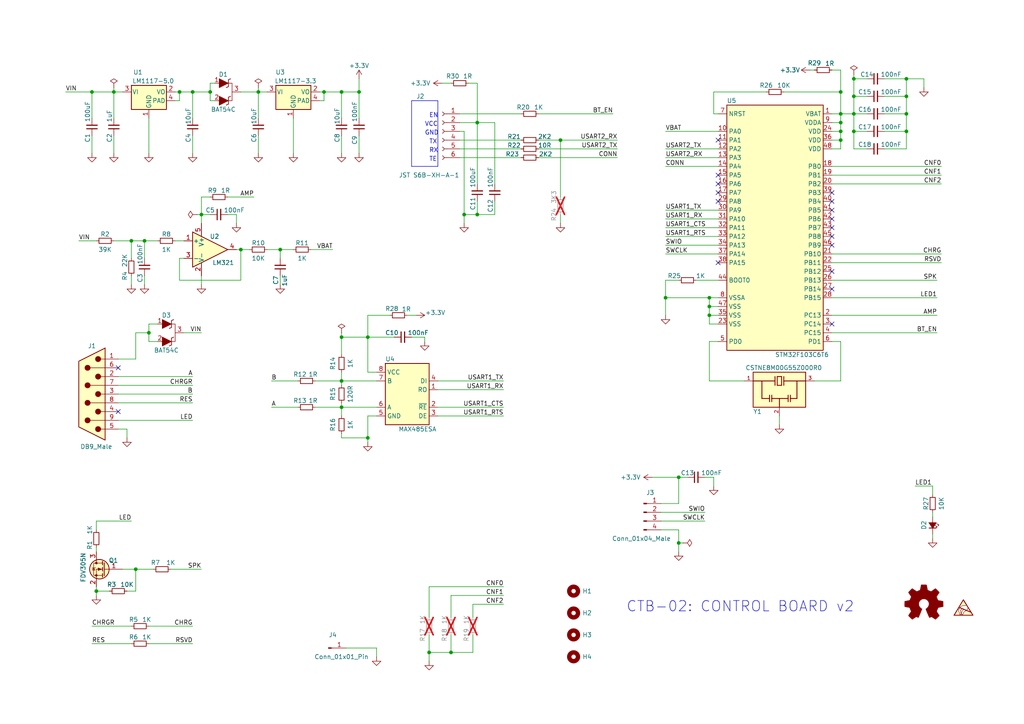
<source format=kicad_sch>
(kicad_sch (version 20230121) (generator eeschema)
  (paper "A4")
  (junction (at 247.65 22.86))
  (junction (at 262.89 27.94))
  (junction (at 55.88 26.67))
  (junction (at 247.65 33.02))
  (junction (at 247.65 38.1))
  (junction (at 99.06 110.49))
  (junction (at 38.1 69.85))
  (junction (at 60.96 26.67))
  (junction (at 26.67 26.67))
  (junction (at 262.89 38.1))
  (junction (at 27.94 171.45))
  (junction (at 138.43 62.23))
  (junction (at 134.62 62.23))
  (junction (at 99.06 97.79))
  (junction (at 243.84 38.1))
  (junction (at 193.04 86.36))
  (junction (at 205.74 88.9))
  (junction (at 124.46 189.23))
  (junction (at 43.18 96.52))
  (junction (at 262.89 33.02))
  (junction (at 205.74 91.44))
  (junction (at 196.85 138.43))
  (junction (at 58.42 62.23))
  (junction (at 243.84 40.64))
  (junction (at 243.84 26.67))
  (junction (at 81.28 72.39))
  (junction (at 74.93 26.67))
  (junction (at 106.68 97.79))
  (junction (at 33.02 26.67))
  (junction (at 106.68 127))
  (junction (at 130.81 189.23))
  (junction (at 104.14 26.67))
  (junction (at 138.43 35.56))
  (junction (at 99.06 118.11))
  (junction (at 52.07 26.67))
  (junction (at 41.91 69.85))
  (junction (at 247.65 27.94))
  (junction (at 99.06 26.67))
  (junction (at 196.85 157.48))
  (junction (at 262.89 22.86))
  (junction (at 69.85 72.39))
  (junction (at 162.56 40.64))
  (junction (at 243.84 35.56))
  (junction (at 243.84 33.02))
  (junction (at 205.74 86.36))
  (junction (at 93.98 26.67))
  (junction (at 39.37 165.1))
  (no_connect (at 208.28 55.88))
  (no_connect (at 241.3 60.96))
  (no_connect (at 241.3 66.04))
  (no_connect (at 208.28 53.34))
  (no_connect (at 208.28 50.8))
  (no_connect (at 208.28 40.64))
  (no_connect (at 241.3 58.42))
  (no_connect (at 241.3 78.74))
  (no_connect (at 208.28 76.2))
  (no_connect (at 241.3 68.58))
  (no_connect (at 241.3 55.88))
  (no_connect (at 241.3 83.82))
  (no_connect (at 34.29 106.68))
  (no_connect (at 34.29 119.38))
  (no_connect (at 208.28 58.42))
  (no_connect (at 241.3 93.98))
  (no_connect (at 241.3 63.5))
  (no_connect (at 241.3 71.12))
  (wire (pts (xy 52.07 29.21) (xy 52.07 26.67)))
  (polyline (pts (xy 119.38 29.21) (xy 127 29.21)))
  (wire (pts (xy 241.3 53.34) (xy 273.05 53.34)))
  (wire (pts (xy 251.46 43.18) (xy 247.65 43.18)))
  (wire (pts (xy 91.44 110.49) (xy 99.06 110.49)))
  (wire (pts (xy 43.18 96.52) (xy 43.18 99.06)))
  (wire (pts (xy 99.06 26.67) (xy 99.06 34.29)))
  (wire (pts (xy 109.22 120.65) (xy 106.68 120.65)))
  (wire (pts (xy 33.02 26.67) (xy 35.56 26.67)))
  (wire (pts (xy 124.46 184.15) (xy 124.46 189.23)))
  (wire (pts (xy 78.74 118.11) (xy 86.36 118.11)))
  (wire (pts (xy 99.06 39.37) (xy 99.06 44.45)))
  (wire (pts (xy 227.33 26.67) (xy 243.84 26.67)))
  (wire (pts (xy 247.65 27.94) (xy 251.46 27.94)))
  (wire (pts (xy 193.04 68.58) (xy 208.28 68.58)))
  (wire (pts (xy 106.68 107.95) (xy 106.68 97.79)))
  (wire (pts (xy 241.3 48.26) (xy 273.05 48.26)))
  (wire (pts (xy 262.89 38.1) (xy 262.89 43.18)))
  (wire (pts (xy 123.19 97.79) (xy 123.19 99.06)))
  (wire (pts (xy 241.3 33.02) (xy 243.84 33.02)))
  (wire (pts (xy 124.46 170.18) (xy 146.05 170.18)))
  (wire (pts (xy 241.3 35.56) (xy 243.84 35.56)))
  (wire (pts (xy 196.85 157.48) (xy 198.12 157.48)))
  (wire (pts (xy 27.94 151.13) (xy 38.1 151.13)))
  (wire (pts (xy 196.85 138.43) (xy 196.85 146.05)))
  (wire (pts (xy 196.85 153.67) (xy 196.85 157.48)))
  (wire (pts (xy 99.06 110.49) (xy 109.22 110.49)))
  (wire (pts (xy 34.29 124.46) (xy 36.83 124.46)))
  (wire (pts (xy 41.91 80.01) (xy 41.91 82.55)))
  (wire (pts (xy 162.56 62.23) (xy 162.56 64.77)))
  (wire (pts (xy 93.98 29.21) (xy 93.98 26.67)))
  (polyline (pts (xy 119.38 48.26) (xy 127 48.26)))
  (wire (pts (xy 205.74 88.9) (xy 205.74 86.36)))
  (wire (pts (xy 243.84 26.67) (xy 243.84 33.02)))
  (wire (pts (xy 99.06 118.11) (xy 99.06 120.65)))
  (wire (pts (xy 74.93 39.37) (xy 74.93 44.45)))
  (wire (pts (xy 114.3 97.79) (xy 106.68 97.79)))
  (wire (pts (xy 127 120.65) (xy 146.05 120.65)))
  (wire (pts (xy 106.68 120.65) (xy 106.68 127)))
  (wire (pts (xy 26.67 186.69) (xy 38.1 186.69)))
  (wire (pts (xy 33.02 39.37) (xy 33.02 44.45)))
  (wire (pts (xy 208.28 86.36) (xy 205.74 86.36)))
  (wire (pts (xy 109.22 187.96) (xy 109.22 190.5)))
  (wire (pts (xy 241.3 50.8) (xy 273.05 50.8)))
  (wire (pts (xy 50.8 29.21) (xy 52.07 29.21)))
  (wire (pts (xy 36.83 124.46) (xy 36.83 127)))
  (wire (pts (xy 104.14 39.37) (xy 104.14 44.45)))
  (wire (pts (xy 92.71 26.67) (xy 93.98 26.67)))
  (wire (pts (xy 205.74 91.44) (xy 205.74 88.9)))
  (wire (pts (xy 106.68 91.44) (xy 106.68 97.79)))
  (wire (pts (xy 138.43 35.56) (xy 143.51 35.56)))
  (wire (pts (xy 137.16 175.26) (xy 146.05 175.26)))
  (wire (pts (xy 90.17 72.39) (xy 96.52 72.39)))
  (wire (pts (xy 241.3 20.32) (xy 243.84 20.32)))
  (wire (pts (xy 241.3 86.36) (xy 271.78 86.36)))
  (wire (pts (xy 99.06 110.49) (xy 99.06 111.76)))
  (wire (pts (xy 204.47 138.43) (xy 207.01 138.43)))
  (wire (pts (xy 270.51 154.94) (xy 270.51 156.21)))
  (wire (pts (xy 162.56 57.15) (xy 162.56 40.64)))
  (wire (pts (xy 205.74 91.44) (xy 208.28 91.44)))
  (wire (pts (xy 133.35 38.1) (xy 134.62 38.1)))
  (wire (pts (xy 104.14 34.29) (xy 104.14 26.67)))
  (wire (pts (xy 55.88 26.67) (xy 60.96 26.67)))
  (wire (pts (xy 27.94 171.45) (xy 27.94 172.72)))
  (wire (pts (xy 247.65 22.86) (xy 251.46 22.86)))
  (wire (pts (xy 133.35 40.64) (xy 151.13 40.64)))
  (wire (pts (xy 133.35 43.18) (xy 151.13 43.18)))
  (wire (pts (xy 99.06 107.95) (xy 99.06 110.49)))
  (wire (pts (xy 99.06 127) (xy 106.68 127)))
  (wire (pts (xy 193.04 48.26) (xy 208.28 48.26)))
  (wire (pts (xy 241.3 73.66) (xy 273.05 73.66)))
  (wire (pts (xy 38.1 69.85) (xy 38.1 74.93)))
  (wire (pts (xy 156.21 43.18) (xy 179.07 43.18)))
  (wire (pts (xy 205.74 99.06) (xy 205.74 110.49)))
  (wire (pts (xy 127 113.03) (xy 146.05 113.03)))
  (wire (pts (xy 215.9 110.49) (xy 205.74 110.49)))
  (wire (pts (xy 50.8 26.67) (xy 52.07 26.67)))
  (wire (pts (xy 26.67 34.29) (xy 26.67 26.67)))
  (wire (pts (xy 130.81 172.72) (xy 146.05 172.72)))
  (wire (pts (xy 39.37 104.14) (xy 39.37 96.52)))
  (wire (pts (xy 243.84 33.02) (xy 243.84 35.56)))
  (wire (pts (xy 247.65 27.94) (xy 247.65 22.86)))
  (wire (pts (xy 93.98 26.67) (xy 99.06 26.67)))
  (wire (pts (xy 247.65 38.1) (xy 251.46 38.1)))
  (wire (pts (xy 104.14 26.67) (xy 99.06 26.67)))
  (wire (pts (xy 234.95 20.32) (xy 236.22 20.32)))
  (wire (pts (xy 134.62 62.23) (xy 138.43 62.23)))
  (wire (pts (xy 207.01 26.67) (xy 222.25 26.67)))
  (wire (pts (xy 39.37 165.1) (xy 44.45 165.1)))
  (wire (pts (xy 256.54 22.86) (xy 262.89 22.86)))
  (wire (pts (xy 205.74 86.36) (xy 193.04 86.36)))
  (wire (pts (xy 243.84 38.1) (xy 243.84 40.64)))
  (wire (pts (xy 39.37 96.52) (xy 43.18 96.52)))
  (wire (pts (xy 60.96 29.21) (xy 60.96 26.67)))
  (wire (pts (xy 124.46 189.23) (xy 130.81 189.23)))
  (wire (pts (xy 137.16 184.15) (xy 137.16 189.23)))
  (wire (pts (xy 265.43 140.97) (xy 270.51 140.97)))
  (wire (pts (xy 130.81 24.13) (xy 128.27 24.13)))
  (wire (pts (xy 57.15 62.23) (xy 58.42 62.23)))
  (wire (pts (xy 207.01 33.02) (xy 208.28 33.02)))
  (wire (pts (xy 33.02 34.29) (xy 33.02 26.67)))
  (wire (pts (xy 193.04 43.18) (xy 208.28 43.18)))
  (wire (pts (xy 53.34 74.93) (xy 52.07 74.93)))
  (wire (pts (xy 81.28 80.01) (xy 81.28 82.55)))
  (wire (pts (xy 33.02 25.4) (xy 33.02 26.67)))
  (wire (pts (xy 100.33 187.96) (xy 109.22 187.96)))
  (wire (pts (xy 50.8 69.85) (xy 53.34 69.85)))
  (wire (pts (xy 191.77 151.13) (xy 204.47 151.13)))
  (wire (pts (xy 270.51 148.59) (xy 270.51 149.86)))
  (wire (pts (xy 39.37 171.45) (xy 39.37 165.1)))
  (wire (pts (xy 262.89 33.02) (xy 262.89 38.1)))
  (wire (pts (xy 38.1 69.85) (xy 41.91 69.85)))
  (wire (pts (xy 207.01 26.67) (xy 207.01 33.02)))
  (wire (pts (xy 127 110.49) (xy 146.05 110.49)))
  (wire (pts (xy 133.35 45.72) (xy 151.13 45.72)))
  (wire (pts (xy 162.56 40.64) (xy 179.07 40.64)))
  (wire (pts (xy 201.93 81.28) (xy 208.28 81.28)))
  (wire (pts (xy 68.58 62.23) (xy 68.58 64.77)))
  (wire (pts (xy 69.85 26.67) (xy 74.93 26.67)))
  (wire (pts (xy 38.1 80.01) (xy 38.1 82.55)))
  (wire (pts (xy 241.3 40.64) (xy 243.84 40.64)))
  (wire (pts (xy 113.03 91.44) (xy 106.68 91.44)))
  (wire (pts (xy 156.21 45.72) (xy 179.07 45.72)))
  (wire (pts (xy 205.74 93.98) (xy 205.74 91.44)))
  (wire (pts (xy 19.05 26.67) (xy 26.67 26.67)))
  (polyline (pts (xy 127 48.26) (xy 127 29.21)))
  (wire (pts (xy 78.74 110.49) (xy 86.36 110.49)))
  (wire (pts (xy 236.22 110.49) (xy 243.84 110.49)))
  (wire (pts (xy 99.06 97.79) (xy 106.68 97.79)))
  (wire (pts (xy 243.84 33.02) (xy 247.65 33.02)))
  (wire (pts (xy 247.65 21.59) (xy 247.65 22.86)))
  (wire (pts (xy 91.44 118.11) (xy 99.06 118.11)))
  (wire (pts (xy 60.96 24.13) (xy 62.23 24.13)))
  (wire (pts (xy 81.28 72.39) (xy 81.28 74.93)))
  (wire (pts (xy 36.83 171.45) (xy 39.37 171.45)))
  (wire (pts (xy 207.01 138.43) (xy 207.01 140.97)))
  (wire (pts (xy 43.18 99.06) (xy 45.72 99.06)))
  (wire (pts (xy 256.54 27.94) (xy 262.89 27.94)))
  (wire (pts (xy 262.89 27.94) (xy 262.89 33.02)))
  (wire (pts (xy 191.77 146.05) (xy 196.85 146.05)))
  (wire (pts (xy 27.94 153.67) (xy 27.94 151.13)))
  (wire (pts (xy 208.28 99.06) (xy 205.74 99.06)))
  (wire (pts (xy 60.96 26.67) (xy 60.96 24.13)))
  (wire (pts (xy 43.18 34.29) (xy 43.18 44.45)))
  (wire (pts (xy 104.14 26.67) (xy 104.14 22.86)))
  (wire (pts (xy 134.62 62.23) (xy 134.62 64.77)))
  (wire (pts (xy 196.85 138.43) (xy 199.39 138.43)))
  (wire (pts (xy 191.77 153.67) (xy 196.85 153.67)))
  (wire (pts (xy 74.93 25.4) (xy 74.93 26.67)))
  (wire (pts (xy 189.23 138.43) (xy 196.85 138.43)))
  (wire (pts (xy 26.67 44.45) (xy 26.67 39.37)))
  (wire (pts (xy 243.84 20.32) (xy 243.84 26.67)))
  (wire (pts (xy 241.3 96.52) (xy 271.78 96.52)))
  (wire (pts (xy 43.18 186.69) (xy 55.88 186.69)))
  (wire (pts (xy 133.35 33.02) (xy 151.13 33.02)))
  (wire (pts (xy 130.81 172.72) (xy 130.81 179.07)))
  (wire (pts (xy 262.89 22.86) (xy 267.97 22.86)))
  (wire (pts (xy 137.16 189.23) (xy 130.81 189.23)))
  (wire (pts (xy 134.62 38.1) (xy 134.62 62.23)))
  (wire (pts (xy 243.84 99.06) (xy 243.84 110.49)))
  (wire (pts (xy 58.42 62.23) (xy 58.42 57.15)))
  (wire (pts (xy 43.18 181.61) (xy 55.88 181.61)))
  (wire (pts (xy 69.85 72.39) (xy 72.39 72.39)))
  (wire (pts (xy 256.54 33.02) (xy 262.89 33.02)))
  (wire (pts (xy 156.21 33.02) (xy 177.8 33.02)))
  (wire (pts (xy 34.29 104.14) (xy 39.37 104.14)))
  (wire (pts (xy 193.04 86.36) (xy 193.04 91.44)))
  (wire (pts (xy 68.58 72.39) (xy 69.85 72.39)))
  (wire (pts (xy 34.29 121.92) (xy 55.88 121.92)))
  (wire (pts (xy 43.18 93.98) (xy 43.18 96.52)))
  (wire (pts (xy 193.04 81.28) (xy 193.04 86.36)))
  (wire (pts (xy 53.34 96.52) (xy 58.42 96.52)))
  (wire (pts (xy 262.89 22.86) (xy 262.89 27.94)))
  (wire (pts (xy 241.3 91.44) (xy 271.78 91.44)))
  (wire (pts (xy 138.43 62.23) (xy 143.51 62.23)))
  (wire (pts (xy 118.11 91.44) (xy 120.65 91.44)))
  (wire (pts (xy 256.54 43.18) (xy 262.89 43.18)))
  (wire (pts (xy 205.74 88.9) (xy 208.28 88.9)))
  (wire (pts (xy 196.85 81.28) (xy 193.04 81.28)))
  (wire (pts (xy 52.07 74.93) (xy 52.07 81.28)))
  (wire (pts (xy 52.07 26.67) (xy 55.88 26.67)))
  (wire (pts (xy 81.28 72.39) (xy 85.09 72.39)))
  (wire (pts (xy 208.28 71.12) (xy 193.04 71.12)))
  (wire (pts (xy 196.85 157.48) (xy 196.85 160.02)))
  (wire (pts (xy 226.06 120.65) (xy 226.06 123.19)))
  (wire (pts (xy 66.04 62.23) (xy 68.58 62.23)))
  (wire (pts (xy 241.3 76.2) (xy 273.05 76.2)))
  (wire (pts (xy 241.3 99.06) (xy 243.84 99.06)))
  (wire (pts (xy 138.43 53.34) (xy 138.43 35.56)))
  (wire (pts (xy 34.29 116.84) (xy 55.88 116.84)))
  (wire (pts (xy 124.46 189.23) (xy 124.46 191.77)))
  (wire (pts (xy 256.54 38.1) (xy 262.89 38.1)))
  (wire (pts (xy 247.65 33.02) (xy 251.46 33.02)))
  (wire (pts (xy 58.42 64.77) (xy 58.42 62.23)))
  (wire (pts (xy 55.88 39.37) (xy 55.88 44.45)))
  (wire (pts (xy 27.94 170.18) (xy 27.94 171.45)))
  (wire (pts (xy 58.42 165.1) (xy 49.53 165.1)))
  (wire (pts (xy 99.06 96.52) (xy 99.06 97.79)))
  (wire (pts (xy 27.94 158.75) (xy 27.94 160.02)))
  (wire (pts (xy 92.71 29.21) (xy 93.98 29.21)))
  (wire (pts (xy 247.65 33.02) (xy 247.65 27.94)))
  (wire (pts (xy 270.51 140.97) (xy 270.51 143.51)))
  (wire (pts (xy 99.06 118.11) (xy 109.22 118.11)))
  (wire (pts (xy 138.43 58.42) (xy 138.43 62.23)))
  (wire (pts (xy 241.3 38.1) (xy 243.84 38.1)))
  (wire (pts (xy 58.42 57.15) (xy 60.96 57.15)))
  (wire (pts (xy 45.72 93.98) (xy 43.18 93.98)))
  (wire (pts (xy 193.04 38.1) (xy 208.28 38.1)))
  (wire (pts (xy 156.21 40.64) (xy 162.56 40.64)))
  (wire (pts (xy 267.97 22.86) (xy 267.97 25.4)))
  (wire (pts (xy 193.04 60.96) (xy 208.28 60.96)))
  (wire (pts (xy 119.38 97.79) (xy 123.19 97.79)))
  (wire (pts (xy 208.28 93.98) (xy 205.74 93.98)))
  (wire (pts (xy 41.91 69.85) (xy 45.72 69.85)))
  (wire (pts (xy 193.04 63.5) (xy 208.28 63.5)))
  (wire (pts (xy 191.77 148.59) (xy 204.47 148.59)))
  (wire (pts (xy 34.29 111.76) (xy 55.88 111.76)))
  (wire (pts (xy 58.42 62.23) (xy 60.96 62.23)))
  (wire (pts (xy 138.43 24.13) (xy 135.89 24.13)))
  (wire (pts (xy 55.88 26.67) (xy 55.88 34.29)))
  (wire (pts (xy 74.93 26.67) (xy 77.47 26.67)))
  (wire (pts (xy 241.3 81.28) (xy 271.78 81.28)))
  (wire (pts (xy 41.91 69.85) (xy 41.91 74.93)))
  (wire (pts (xy 34.29 109.22) (xy 55.88 109.22)))
  (wire (pts (xy 133.35 35.56) (xy 138.43 35.56)))
  (wire (pts (xy 143.51 58.42) (xy 143.51 62.23)))
  (wire (pts (xy 208.28 73.66) (xy 193.04 73.66)))
  (wire (pts (xy 22.86 69.85) (xy 27.94 69.85)))
  (wire (pts (xy 124.46 170.18) (xy 124.46 179.07)))
  (wire (pts (xy 99.06 116.84) (xy 99.06 118.11)))
  (wire (pts (xy 137.16 175.26) (xy 137.16 179.07)))
  (wire (pts (xy 243.84 35.56) (xy 243.84 38.1)))
  (wire (pts (xy 193.04 66.04) (xy 208.28 66.04)))
  (wire (pts (xy 243.84 40.64) (xy 243.84 43.18)))
  (wire (pts (xy 99.06 102.87) (xy 99.06 97.79)))
  (wire (pts (xy 127 118.11) (xy 146.05 118.11)))
  (wire (pts (xy 74.93 34.29) (xy 74.93 26.67)))
  (polyline (pts (xy 119.38 29.21) (xy 119.38 48.26)))
  (wire (pts (xy 193.04 45.72) (xy 208.28 45.72)))
  (wire (pts (xy 52.07 81.28) (xy 69.85 81.28)))
  (wire (pts (xy 66.04 57.15) (xy 73.66 57.15)))
  (wire (pts (xy 85.09 34.29) (xy 85.09 44.45)))
  (wire (pts (xy 34.29 114.3) (xy 55.88 114.3)))
  (wire (pts (xy 35.56 165.1) (xy 39.37 165.1)))
  (wire (pts (xy 31.75 171.45) (xy 27.94 171.45)))
  (wire (pts (xy 77.47 72.39) (xy 81.28 72.39)))
  (wire (pts (xy 138.43 24.13) (xy 138.43 35.56)))
  (wire (pts (xy 33.02 69.85) (xy 38.1 69.85)))
  (wire (pts (xy 69.85 81.28) (xy 69.85 72.39)))
  (wire (pts (xy 62.23 29.21) (xy 60.96 29.21)))
  (wire (pts (xy 58.42 80.01) (xy 58.42 82.55)))
  (wire (pts (xy 109.22 107.95) (xy 106.68 107.95)))
  (wire (pts (xy 247.65 43.18) (xy 247.65 38.1)))
  (wire (pts (xy 106.68 127) (xy 106.68 128.27)))
  (wire (pts (xy 26.67 181.61) (xy 38.1 181.61)))
  (wire (pts (xy 99.06 125.73) (xy 99.06 127)))
  (wire (pts (xy 26.67 26.67) (xy 33.02 26.67)))
  (wire (pts (xy 241.3 43.18) (xy 243.84 43.18)))
  (wire (pts (xy 247.65 38.1) (xy 247.65 33.02)))
  (wire (pts (xy 143.51 53.34) (xy 143.51 35.56)))
  (wire (pts (xy 130.81 184.15) (xy 130.81 189.23)))
  (text "VCC" (at 123.19 36.83 0) (effects (font (size 1.27 1.27)) (justify left bottom)))
  (text "TX" (at 124.46 41.91 0) (effects (font (size 1.27 1.27)) (justify left bottom)))
  (text "TE" (at 124.46 46.99 0) (effects (font (size 1.27 1.27)) (justify left bottom)))
  (text "EN" (at 124.46 34.29 0) (effects (font (size 1.27 1.27)) (justify left bottom)))
  (text "RX" (at 124.46 44.45 0) (effects (font (size 1.27 1.27)) (justify left bottom)))
  (text "GND" (at 123.19 39.37 0) (effects (font (size 1.27 1.27)) (justify left bottom)))
  (text "CTB-02: CONTROL BOARD v2" (at 181.61 177.8 0) (effects (font (size 3 3)) (justify left bottom)))
  (label "SPK" (at 271.78 81.28 180))
  (label "CHRG" (at 55.88 181.61 180))
  (label "LED1" (at 265.43 140.97 0))
  (label "SWCLK" (at 204.47 151.13 180))
  (label "AMP" (at 73.66 57.15 180))
  (label "SWCLK" (at 193.04 73.66 0))
  (label "A" (at 55.88 109.22 180))
  (label "RSVD" (at 55.88 186.69 180))
  (label "CHRGR" (at 26.67 181.61 0))
  (label "BT_EN" (at 271.78 96.52 180))
  (label "CHRG" (at 273.05 73.66 180))
  (label "RSVD" (at 273.05 76.2 180))
  (label "A" (at 78.74 118.11 0))
  (label "LED" (at 38.1 151.13 180))
  (label "SWIO" (at 204.47 148.59 180))
  (label "B" (at 78.74 110.49 0))
  (label "CNF1" (at 146.05 172.72 180))
  (label "CNF2" (at 146.05 175.26 180))
  (label "CONN" (at 193.04 48.26 0))
  (label "USART2_RX" (at 179.07 40.64 180))
  (label "USART2_RX" (at 193.04 45.72 0))
  (label "VBAT" (at 96.52 72.39 180))
  (label "USART1_CTS" (at 193.04 66.04 0))
  (label "USART1_CTS" (at 146.05 118.11 180))
  (label "LED1" (at 271.78 86.36 180))
  (label "SWIO" (at 193.04 71.12 0))
  (label "USART1_RTS" (at 146.05 120.65 180))
  (label "RES" (at 55.88 116.84 180))
  (label "VBAT" (at 193.04 38.1 0))
  (label "RES" (at 26.67 186.69 0))
  (label "CONN" (at 179.07 45.72 180))
  (label "SPK" (at 58.42 165.1 180))
  (label "CNF1" (at 273.05 50.8 180))
  (label "VIN" (at 58.42 96.52 180))
  (label "LED" (at 55.88 121.92 180))
  (label "USART2_TX" (at 193.04 43.18 0))
  (label "VIN" (at 19.05 26.67 0))
  (label "CHRGR" (at 55.88 111.76 180))
  (label "USART1_RX" (at 146.05 113.03 180))
  (label "USART1_RX" (at 193.04 63.5 0))
  (label "USART1_RTS" (at 193.04 68.58 0))
  (label "CNF2" (at 273.05 53.34 180))
  (label "USART1_TX" (at 193.04 60.96 0))
  (label "CNF0" (at 273.05 48.26 180))
  (label "BT_EN" (at 177.8 33.02 180))
  (label "USART2_TX" (at 179.07 43.18 180))
  (label "AMP" (at 271.78 91.44 180))
  (label "B" (at 55.88 114.3 180))
  (label "VIN" (at 22.86 69.85 0))
  (label "USART1_TX" (at 146.05 110.49 180))
  (label "CNF0" (at 146.05 170.18 180))
  (symbol (lib_id "power:GND") (at 58.42 82.55 0) (unit 1)
    (property "Reference" "#PWR010" (effects hide))
    (property "Value" "GND" (effects hide))
  )
  (symbol (lib_id "power:GND") (at 270.51 156.21 0) (unit 1)
    (property "Reference" "#PWR034" (effects hide))
    (property "Value" "GND" (effects hide))
  )
  (symbol (lib_id "Device:R_Small") (at 153.67 45.72 90) (unit 1)
    (property "Reference" "R23" (at 148.59 44.704 90))
    (property "Value" "2K2" (at 158.242 44.704 90))
    (property "Footprint" "Resistor_SMD:R_0603_1608Metric" (effects hide))
  )
  (symbol (lib_name "+3.3V_1") (lib_id "power:+3.3V") (at 128.27 24.13 90) (unit 1)
    (property "Reference" "#PWR024" (effects hide))
    (property "Value" "+3.3V" (at 121.92 24.13 90))
  )
  (symbol (lib_id "Device:R_Small") (at 124.46 181.61 0) (unit 1) (in_bom no) (dnp yes)
    (property "Reference" "R17" (at 122.555 184.15 90))
    (property "Value" "1K" (at 122.555 179.705 90))
    (property "Footprint" "Resistor_SMD:R_0603_1608Metric" (effects hide))
  )
  (symbol (lib_id "Board5:BAT54C") (at 48.26 93.98 0) (mirror y) (unit 1)
    (property "Reference" "D3" (at 48.26 91.44 0))
    (property "Value" "BAT54C" (at 48.26 101.6 0))
    (property "Footprint" "Package_TO_SOT_SMD:SOT-23" (effects hide))
  )
  (symbol (lib_id "Device:C_Small") (at 55.88 36.83 180) (unit 1)
    (property "Reference" "C4" (at 54.61 40.005 90))
    (property "Value" "10uF" (at 54.61 33.655 90))
    (property "Footprint" "Capacitor_SMD:C_1206_3216Metric" (effects hide))
  )
  (symbol (lib_id "power:GND") (at 193.04 91.44 0) (unit 1)
    (property "Reference" "#PWR026" (effects hide))
    (property "Value" "GND" (effects hide))
  )
  (symbol (lib_id "Board5:BAT54C") (at 64.77 24.13 0) (mirror y) (unit 1)
    (property "Reference" "D1" (at 64.77 21.59 0))
    (property "Value" "BAT54C" (at 64.77 31.75 0))
    (property "Footprint" "Package_TO_SOT_SMD:SOT-23" (effects hide))
  )
  (symbol (lib_id "Device:C_Small") (at 63.5 62.23 90) (unit 1)
    (property "Reference" "C5" (at 60.96 60.96 90))
    (property "Value" "100nF" (at 67.945 60.96 90))
    (property "Footprint" "Capacitor_SMD:C_0603_1608Metric" (effects hide))
  )
  (symbol (lib_id "Device:C_Small") (at 74.93 36.83 180) (unit 1)
    (property "Reference" "C6" (at 73.66 40.005 90))
    (property "Value" "10uF" (at 73.66 33.655 90))
    (property "Footprint" "Capacitor_SMD:C_1206_3216Metric" (effects hide))
  )
  (symbol (lib_id "power:GND") (at 33.02 44.45 0) (unit 1)
    (property "Reference" "#PWR03" (effects hide))
    (property "Value" "GND" (effects hide))
  )
  (symbol (lib_id "power:PWR_FLAG") (at 198.12 157.48 270) (unit 1)
    (property "Reference" "#FLG03" (effects hide))
    (property "Value" "PWR_FLAG" (effects hide))
  )
  (symbol (lib_id "MCU_ST_STM32F1:STM32F103C6Tx") (at 226.06 66.04 0) (unit 1)
    (property "Reference" "U5" (at 210.82 29.21 0) (effects (justify left)))
    (property "Value" "STM32F103C6T6" (at 224.79 102.87 0) (effects (justify left)))
    (property "Footprint" "Package_QFP:LQFP-48_7x7mm_P0.5mm" (effects hide))
    (property "Datasheet" "http://www.st.com/st-web-ui/static/active/en/resource/technical/document/datasheet/CD00210843.pdf" (effects hide))
  )
  (symbol (lib_id "Device:R_Small") (at 153.67 43.18 90) (mirror x) (unit 1)
    (property "Reference" "R22" (at 149.098 42.164 90))
    (property "Value" "10R" (at 157.988 42.164 90))
    (property "Footprint" "Resistor_SMD:R_0603_1608Metric" (effects hide))
  )
  (symbol (lib_id "Device:R_Small") (at 115.57 91.44 90) (unit 1)
    (property "Reference" "R28" (at 113.665 89.535 90))
    (property "Value" "1R" (at 117.856 89.662 90))
    (property "Footprint" "Resistor_SMD:R_0603_1608Metric" (effects hide))
  )
  (symbol (lib_id "power:GND") (at 109.22 190.5 0) (mirror y) (unit 1)
    (property "Reference" "#PWR08" (effects hide))
    (property "Value" "GND" (effects hide))
  )
  (symbol (lib_id "Device:C_Small") (at 254 22.86 90) (unit 1)
    (property "Reference" "C14" (at 251.46 21.59 90))
    (property "Value" "100nF" (at 258.445 21.59 90))
    (property "Footprint" "Capacitor_SMD:C_0603_1608Metric" (effects hide))
  )
  (symbol (lib_id "power:GND") (at 43.18 44.45 0) (unit 1)
    (property "Reference" "#PWR07" (effects hide))
    (property "Value" "GND" (effects hide))
  )
  (symbol (lib_id "Device:R_Small") (at 27.94 156.21 180) (unit 1)
    (property "Reference" "R1" (at 26.035 158.115 90))
    (property "Value" "1K" (at 26.035 153.67 90))
    (property "Footprint" "Resistor_SMD:R_0603_1608Metric" (effects hide))
  )
  (symbol (lib_id "Device:R_Small") (at 99.06 123.19 180) (unit 1)
    (property "Reference" "R16" (at 96.52 123.19 90))
    (property "Value" "1K" (at 101.6 123.19 90))
    (property "Footprint" "Resistor_SMD:R_0603_1608Metric" (effects hide))
    (property "Footprint" "Resistor_SMD:R_0603_1608Metric" (effects hide))
  )
  (symbol (lib_name "+3.3V_2") (lib_id "power:+3.3V") (at 104.14 22.86 0) (unit 1)
    (property "Reference" "#PWR016" (effects hide))
    (property "Value" "+3.3V" (at 104.14 19.05 0))
  )
  (symbol (lib_id "Mechanical:MountingHole") (at 166.37 177.8 0) (unit 1)
    (property "Reference" "H2" (at 168.91 177.7999 0) (effects (justify left)))
    (property "Value" "MountingHole" (effects hide))
    (property "Footprint" "MountingHole:MountingHole_2.2mm_M2" (effects hide))
  )
  (symbol (lib_id "power:GND") (at 207.01 140.97 0) (unit 1)
    (property "Reference" "#PWR030" (effects hide))
    (property "Value" "GND" (effects hide))
  )
  (symbol (lib_id "power:GND") (at 134.62 64.77 0) (mirror y) (unit 1)
    (property "Reference" "#PWR023" (effects hide))
    (property "Value" "GND" (effects hide))
  )
  (symbol (lib_name "+3.3V_4") (lib_id "power:+3.3V") (at 234.95 20.32 90) (unit 1)
    (property "Reference" "#PWR032" (effects hide))
    (property "Value" "+3.3V" (at 229.108 20.32 90))
  )
  (symbol (lib_id "Device:R_Small") (at 153.67 40.64 90) (unit 1)
    (property "Reference" "R21" (at 149.098 39.624 90))
    (property "Value" "2K2" (at 157.988 39.624 90))
    (property "Footprint" "Resistor_SMD:R_0603_1608Metric" (effects hide))
  )
  (symbol (lib_name "PWR_FLAG_1") (lib_id "power:PWR_FLAG") (at 33.02 25.4 0) (unit 1)
    (property "Reference" "#FLG01" (effects hide))
    (property "Value" "PWR_FLAG" (effects hide))
  )
  (symbol (lib_name "PWR_FLAG_1") (lib_id "power:PWR_FLAG") (at 99.06 96.52 0) (unit 1)
    (property "Reference" "#FLG05" (effects hide))
    (property "Value" "PWR_FLAG" (effects hide))
  )
  (symbol (lib_id "Device:R_Small") (at 40.64 186.69 90) (unit 1)
    (property "Reference" "R6" (at 38.735 184.785 90))
    (property "Value" "1K" (at 42.545 184.785 90))
    (property "Footprint" "Resistor_SMD:R_0603_1608Metric" (effects hide))
    (property "Footprint" "Resistor_SMD:R_0603_1608Metric" (effects hide))
  )
  (symbol (lib_id "Interface_UART:MAX485E") (at 119.38 115.57 0) (unit 1)
    (property "Reference" "U4" (at 111.76 104.14 0) (effects (justify left)))
    (property "Value" "MAX485ESA" (at 115.57 124.46 0) (effects (justify left)))
    (property "Footprint" "Package_SO:SOIC-8_3.9x4.9mm_P1.27mm" (effects hide))
  )
  (symbol (lib_id "Device:C_Small") (at 81.28 77.47 180) (unit 1)
    (property "Reference" "C7" (at 80.01 81.28 90))
    (property "Value" "1uF" (at 82.55 81.28 90))
    (property "Footprint" "Capacitor_SMD:C_0805_2012Metric" (effects hide))
  )
  (symbol (lib_id "Graphic:SYM_ESD_Small") (at 279.4 176.53 0) (unit 1)
    (property "Reference" "SYM1" (effects hide))
    (property "Value" "SYM_ESD_Small" (effects hide))
    (property "Footprint" "Symbol:ESD-Logo_6.6x6mm_SilkScreen" (effects hide))
    (property "Sim.Enable" "0" (effects hide))
  )
  (symbol (lib_id "Device:R_Small") (at 34.29 171.45 90) (unit 1)
    (property "Reference" "R3" (at 32.385 169.545 90))
    (property "Value" "10K" (at 36.83 169.545 90))
    (property "Footprint" "Resistor_SMD:R_0603_1608Metric" (effects hide))
  )
  (symbol (lib_id "power:GND") (at 26.67 44.45 0) (unit 1)
    (property "Reference" "#PWR01" (effects hide))
    (property "Value" "GND" (effects hide))
  )
  (symbol (lib_id "power:GND") (at 41.91 82.55 0) (unit 1)
    (property "Reference" "#PWR06" (effects hide))
    (property "Value" "GND" (effects hide))
  )
  (symbol (lib_id "power:GND") (at 226.06 123.19 0) (unit 1)
    (property "Reference" "#PWR031" (effects hide))
    (property "Value" "GND" (effects hide))
  )
  (symbol (lib_id "Connector:Conn_01x06_Female") (at 128.27 38.1 0) (mirror y) (unit 1)
    (property "Reference" "J2" (at 121.92 27.94 0))
    (property "Value" "JST S6B-XH-A-1" (at 124.46 50.8 0))
    (property "Footprint" "JST:JST_S6B-XH-A-1" (effects hide))
  )
  (symbol (lib_id "power:GND") (at 81.28 82.55 0) (unit 1)
    (property "Reference" "#PWR013" (effects hide))
    (property "Value" "GND" (effects hide))
  )
  (symbol (lib_id "Device:R_Small") (at 40.64 181.61 90) (unit 1)
    (property "Reference" "R5" (at 38.735 179.705 90))
    (property "Value" "1K" (at 42.545 179.705 90))
    (property "Footprint" "Resistor_SMD:R_0603_1608Metric" (effects hide))
    (property "Footprint" "Resistor_SMD:R_0603_1608Metric" (effects hide))
  )
  (symbol (lib_name "PWR_FLAG_1") (lib_id "power:PWR_FLAG") (at 74.93 25.4 0) (unit 1)
    (property "Reference" "#FLG04" (effects hide))
    (property "Value" "PWR_FLAG" (effects hide))
  )
  (symbol (lib_id "Device:C_Small") (at 104.14 36.83 180) (unit 1)
    (property "Reference" "C9" (at 102.87 40.64 90))
    (property "Value" "100nF" (at 102.87 32.385 90))
    (property "Footprint" "Capacitor_SMD:C_0603_1608Metric" (effects hide))
  )
  (symbol (lib_id "Device:R_Small") (at 46.99 165.1 90) (unit 1)
    (property "Reference" "R7" (at 45.085 163.195 90))
    (property "Value" "1K" (at 49.53 163.195 90))
    (property "Footprint" "Resistor_SMD:R_0603_1608Metric" (effects hide))
  )
  (symbol (lib_name "PWR_FLAG_1") (lib_id "power:PWR_FLAG") (at 57.15 62.23 90) (unit 1)
    (property "Reference" "#FLG02" (effects hide))
    (property "Value" "PWR_FLAG" (effects hide))
  )
  (symbol (lib_id "power:GND") (at 124.46 191.77 0) (unit 1)
    (property "Reference" "#PWR021" (effects hide))
    (property "Value" "GND" (effects hide))
  )
  (symbol (lib_id "power:GND") (at 196.85 160.02 0) (unit 1)
    (property "Reference" "#PWR028" (effects hide))
    (property "Value" "GND" (effects hide))
  )
  (symbol (lib_id "Device:C_Small") (at 254 43.18 90) (unit 1)
    (property "Reference" "C18" (at 250.825 41.91 90))
    (property "Value" "100nF" (at 258.445 41.91 90))
    (property "Footprint" "Capacitor_SMD:C_0603_1608Metric" (effects hide))
  )
  (symbol (lib_id "Device:C_Small") (at 254 38.1 90) (unit 1)
    (property "Reference" "C17" (at 250.825 36.83 90))
    (property "Value" "100nF" (at 258.445 36.83 90))
    (property "Footprint" "Capacitor_SMD:C_0603_1608Metric" (effects hide))
  )
  (symbol (lib_id "Device:R_Small") (at 87.63 72.39 90) (unit 1)
    (property "Reference" "R11" (at 87.63 70.485 90))
    (property "Value" "1K" (at 87.63 74.93 90))
    (property "Footprint" "Resistor_SMD:R_0603_1608Metric" (effects hide))
    (property "Footprint" "Resistor_SMD:R_0603_1608Metric" (effects hide))
  )
  (symbol (lib_id "Device:R_Small") (at 30.48 69.85 90) (unit 1)
    (property "Reference" "R2" (at 30.48 67.945 90))
    (property "Value" "39K" (at 30.48 72.39 90))
    (property "Footprint" "Resistor_SMD:R_0603_1608Metric" (effects hide))
    (property "Code" "EC230109" (effects hide))
  )
  (symbol (lib_id "Mechanical:MountingHole") (at 166.37 184.15 0) (unit 1)
    (property "Reference" "H3" (at 168.91 184.1499 0) (effects (justify left)))
    (property "Value" "MountingHole" (effects hide))
    (property "Footprint" "MountingHole:MountingHole_2.2mm_M2" (effects hide))
  )
  (symbol (lib_id "Connector:Conn_01x04_Male") (at 186.69 148.59 0) (unit 1)
    (property "Reference" "J3" (at 188.595 142.875 0))
    (property "Value" "Conn_01x04_Male" (at 186.055 156.21 0))
    (property "Footprint" "Connector_PinHeader_2.54mm:PinHeader_1x04_P2.54mm_Vertical" (effects hide))
  )
  (symbol (lib_id "Device:R_Small") (at 270.51 146.05 180) (unit 1)
    (property "Reference" "R27" (at 268.605 146.05 90))
    (property "Value" "10K" (at 273.05 146.05 90))
    (property "Footprint" "Resistor_SMD:R_0603_1608Metric" (effects hide))
  )
  (symbol (lib_id "Regulator_Linear:LM1117-5.0") (at 43.18 26.67 0) (unit 1)
    (property "Reference" "U1" (at 40.005 20.955 0))
    (property "Value" "LM1117-5.0" (at 44.45 23.495 0))
    (property "Footprint" "Package_TO_SOT_SMD:SOT-223" (effects hide))
    (property "Datasheet" "http://www.ti.com/lit/ds/symlink/lm1117.pdf" (effects hide))
  )
  (symbol (lib_id "Mechanical:MountingHole") (at 166.37 171.45 0) (unit 1)
    (property "Reference" "H1" (at 168.91 171.4499 0) (effects (justify left)))
    (property "Value" "MountingHole" (effects hide))
    (property "Footprint" "MountingHole:MountingHole_2.2mm_M2" (effects hide))
  )
  (symbol (lib_id "Device:C_Small") (at 143.51 55.88 180) (unit 1)
    (property "Reference" "C12" (at 142.24 59.69 90))
    (property "Value" "100nF" (at 142.24 51.435 90))
    (property "Footprint" "Capacitor_SMD:C_0603_1608Metric" (effects hide))
  )
  (symbol (lib_id "Mechanical:MountingHole") (at 166.37 190.5 0) (unit 1)
    (property "Reference" "H4" (at 168.91 190.4999 0) (effects (justify left)))
    (property "Value" "MountingHole" (effects hide))
    (property "Footprint" "MountingHole:MountingHole_2.2mm_M2" (effects hide))
  )
  (symbol (lib_name "+3.3V_1") (lib_id "power:+3.3V") (at 189.23 138.43 90) (unit 1)
    (property "Reference" "#PWR022" (effects hide))
    (property "Value" "+3.3V" (at 182.88 138.43 90))
  )
  (symbol (lib_id "Connector:DB9_Male") (at 26.67 114.3 180) (unit 1)
    (property "Reference" "J1" (at 26.67 100.33 0))
    (property "Value" "DB9_Male" (at 27.94 129.54 0))
    (property "Footprint" "Connector_Dsub:DSUB-9_Male_Horizontal_P2.77x2.84mm_EdgePinOffset7.70mm_Housed_MountingHolesOffset9.12mm" (effects hide))
    (property "Datasheet" " ~" (effects hide))
  )
  (symbol (lib_id "power:GND") (at 99.06 44.45 0) (unit 1)
    (property "Reference" "#PWR015" (effects hide))
    (property "Value" "GND" (effects hide))
  )
  (symbol (lib_id "Device:R_Small") (at 99.06 114.3 180) (unit 1)
    (property "Reference" "R15" (at 96.52 114.3 90))
    (property "Value" "120R" (at 101.6 114.3 90))
    (property "Footprint" "Resistor_SMD:R_0603_1608Metric" (effects hide))
    (property "Footprint" "Resistor_SMD:R_0603_1608Metric" (effects hide))
  )
  (symbol (lib_id "power:GND") (at 27.94 172.72 0) (mirror y) (unit 1)
    (property "Reference" "#PWR02" (effects hide))
    (property "Value" "GND" (effects hide))
  )
  (symbol (lib_id "Device:R_Small") (at 38.1 77.47 180) (unit 1)
    (property "Reference" "R4" (at 36.195 80.01 90))
    (property "Value" "22K" (at 36.195 75.565 90))
    (property "Footprint" "Resistor_SMD:R_0603_1608Metric" (effects hide))
  )
  (symbol (lib_id "Device:C_Small") (at 254 27.94 90) (unit 1)
    (property "Reference" "C15" (at 250.825 26.67 90))
    (property "Value" "100nF" (at 258.445 26.67 90))
    (property "Footprint" "Capacitor_SMD:C_0603_1608Metric" (effects hide))
  )
  (symbol (lib_id "Device:C_Small") (at 99.06 36.83 180) (unit 1)
    (property "Reference" "C8" (at 97.79 40.005 90))
    (property "Value" "10uF" (at 97.79 33.655 90))
    (property "Footprint" "Capacitor_SMD:C_1206_3216Metric" (effects hide))
  )
  (symbol (lib_id "Device:R_Small") (at 238.76 20.32 90) (unit 1)
    (property "Reference" "R29" (at 236.22 18.288 90))
    (property "Value" "1R" (at 240.665 18.415 90))
    (property "Footprint" "Resistor_SMD:R_0603_1608Metric" (effects hide))
  )
  (symbol (lib_id "Device:R_Small") (at 224.79 26.67 90) (unit 1)
    (property "Reference" "R26" (at 222.25 24.765 90))
    (property "Value" "10K" (at 227.33 24.765 90))
    (property "Footprint" "Resistor_SMD:R_0603_1608Metric" (effects hide))
  )
  (symbol (lib_id "Device:R_Small") (at 162.56 59.69 180) (unit 1) (in_bom no) (dnp yes)
    (property "Reference" "R24" (at 160.655 62.23 90))
    (property "Value" "3K3" (at 160.655 57.15 90))
    (property "Footprint" "Resistor_SMD:R_0603_1608Metric" (effects hide))
    (property "Footprint" "Resistor_SMD:R_0603_1608Metric" (effects hide))
    (property "Sim.Enable" "0" (effects hide))
  )
  (symbol (lib_id "Device:R_Small") (at 88.9 110.49 90) (unit 1)
    (property "Reference" "R12" (at 86.995 108.585 90))
    (property "Value" "1R" (at 90.805 108.585 90))
    (property "Footprint" "Resistor_SMD:R_0603_1608Metric" (effects hide))
    (property "Footprint" "Resistor_SMD:R_0603_1608Metric" (effects hide))
  )
  (symbol (lib_id "power:GND") (at 123.19 99.06 0) (mirror y) (unit 1)
    (property "Reference" "#PWR020" (effects hide))
    (property "Value" "GND" (effects hide))
  )
  (symbol (lib_id "Device:C_Small") (at 26.67 36.83 180) (unit 1)
    (property "Reference" "C1" (at 25.4 40.005 90))
    (property "Value" "100uF" (at 25.4 32.385 90))
    (property "Footprint" "Capacitor_SMD:C_1210_3225Metric" (effects hide))
  )
  (symbol (lib_id "power:GND") (at 106.68 128.27 0) (unit 1)
    (property "Reference" "#PWR019" (effects hide))
    (property "Value" "GND" (effects hide))
  )
  (symbol (lib_id "Device:C_Small") (at 254 33.02 90) (unit 1)
    (property "Reference" "C16" (at 250.825 31.75 90))
    (property "Value" "100nF" (at 258.445 31.75 90))
    (property "Footprint" "Capacitor_SMD:C_0603_1608Metric" (effects hide))
  )
  (symbol (lib_id "power:GND") (at 104.14 44.45 0) (unit 1)
    (property "Reference" "#PWR017" (effects hide))
    (property "Value" "GND" (effects hide))
  )
  (symbol (lib_name "PWR_FLAG_1") (lib_id "power:PWR_FLAG") (at 247.65 21.59 0) (unit 1)
    (property "Reference" "#FLG06" (effects hide))
    (property "Value" "PWR_FLAG" (effects hide))
  )
  (symbol (lib_id "Connector:Conn_01x01_Pin") (at 95.25 187.96 0) (unit 1)
    (property "Reference" "J4" (at 96.52 184.15 0))
    (property "Value" "Conn_01x01_Pin" (at 99.06 190.5 0))
    (property "Footprint" "Connector_PinHeader_2.54mm:PinHeader_1x01_P2.54mm_Vertical" (effects hide))
  )
  (symbol (lib_id "Device:LED_Small_Filled") (at 270.51 152.4 270) (mirror x) (unit 1)
    (property "Reference" "D2" (at 267.97 153.67 0) (effects (justify left)))
    (property "Value" "RED 0603" (effects hide))
    (property "Footprint" "LED_SMD:LED_0603_1608Metric" (effects hide))
  )
  (symbol (lib_id "Device:R_Small") (at 199.39 81.28 90) (unit 1)
    (property "Reference" "R25" (at 195.58 80.01 90))
    (property "Value" "1K" (at 203.2 80.01 90))
    (property "Footprint" "Resistor_SMD:R_0603_1608Metric" (effects hide))
  )
  (symbol (lib_id "Regulator_Linear:LM1117-3.3") (at 85.09 26.67 0) (unit 1)
    (property "Reference" "U3" (at 81.28 20.955 0))
    (property "Value" "LM1117-3.3" (at 85.725 23.495 0))
    (property "Footprint" "Package_TO_SOT_SMD:SOT-223" (effects hide))
    (property "Datasheet" "http://www.ti.com/lit/ds/symlink/lm1117.pdf" (effects hide))
  )
  (symbol (lib_id "Device:R_Small") (at 74.93 72.39 90) (unit 1)
    (property "Reference" "R10" (at 74.93 70.485 90))
    (property "Value" "10K" (at 74.93 74.93 90))
    (property "Footprint" "Resistor_SMD:R_0603_1608Metric" (at 74.93 72.39 0) (effects (font (size 0 0))))
    (property "Footprint" "Resistor_SMD:R_0603_1608Metric" (effects hide))
  )
  (symbol (lib_id "Device:C_Small") (at 138.43 55.88 180) (unit 1)
    (property "Reference" "C11" (at 137.16 59.055 90))
    (property "Value" "100uF" (at 137.16 51.435 90))
    (property "Footprint" "Capacitor_SMD:C_1210_3225Metric" (effects hide))
  )
  (symbol (lib_id "power:GND") (at 162.56 64.77 0) (mirror y) (unit 1)
    (property "Reference" "#PWR025" (effects hide))
    (property "Value" "GND" (effects hide))
  )
  (symbol (lib_id "Device:C_Small") (at 41.91 77.47 180) (unit 1)
    (property "Reference" "C3" (at 40.64 80.645 90))
    (property "Value" "100nF" (at 40.64 73.66 90))
    (property "Footprint" "Capacitor_SMD:C_0603_1608Metric" (effects hide))
  )
  (symbol (lib_id "power:GND") (at 74.93 44.45 0) (unit 1)
    (property "Reference" "#PWR012" (effects hide))
    (property "Value" "GND" (effects hide))
  )
  (symbol (lib_id "Device:R_Small") (at 153.67 33.02 90) (unit 1)
    (property "Reference" "R20" (at 151.765 31.115 90))
    (property "Value" "1K" (at 156.21 31.115 90))
    (property "Footprint" "Resistor_SMD:R_0603_1608Metric" (effects hide))
  )
  (symbol (lib_name "+3.3V_3") (lib_id "power:+3.3V") (at 120.65 91.44 270) (unit 1)
    (property "Reference" "#PWR018" (effects hide))
    (property "Value" "+3.3V" (at 126.238 90.678 90))
  )
  (symbol (lib_id "Graphic:Logo_Open_Hardware_Small") (at 267.97 175.26 0) (unit 1)
    (property "Reference" "LOGO1" (effects hide))
    (property "Value" "Logo_Open_Hardware_Small" (effects hide))
    (property "Footprint" "Symbol:KiCad-Logo2_5mm_SilkScreen" (effects hide))
    (property "Sim.Enable" "0" (effects hide))
  )
  (symbol (lib_id "MuRata:CSTNE8M00G55Z000R0") (at 226.06 113.03 0) (unit 1)
    (property "Reference" "Y1" (at 219.71 119.38 0))
    (property "Value" "CSTNE8M00G55Z000R0" (at 227.33 106.68 0))
    (property "Footprint" "PLT-01:OSC_CSTNE8M00G55Z000R0" (effects hide))
    (property "MAXIMUM_PACKAGE_HEIGHT" "0.8mm" (effects hide))
    (property "MANUFACTURER" "Murata" (effects hide))
    (property "PARTREV" "JGC42-8858A" (effects hide))
    (property "STANDARD" "Manufacturer Recomendations" (effects hide))
  )
  (symbol (lib_id "power:GND") (at 36.83 127 0) (unit 1)
    (property "Reference" "#PWR04" (effects hide))
    (property "Value" "GND" (effects hide))
  )
  (symbol (lib_id "Amplifier_Operational:LM321") (at 60.96 72.39 0) (unit 1)
    (property "Reference" "U2" (at 62.23 68.58 0))
    (property "Value" "LM321" (at 64.77 76.2 0))
    (property "Footprint" "Package_TO_SOT_SMD:SOT-23-5" (effects hide))
    (property "Datasheet" "http://www.ti.com/lit/ds/symlink/lm321.pdf" (effects hide))
  )
  (symbol (lib_id "power:GND") (at 85.09 44.45 0) (unit 1)
    (property "Reference" "#PWR014" (effects hide))
    (property "Value" "GND" (effects hide))
  )
  (symbol (lib_id "Device:R_Small") (at 130.81 181.61 180) (unit 1) (in_bom no) (dnp yes)
    (property "Reference" "R18" (at 128.905 184.15 90))
    (property "Value" "1K" (at 128.905 179.705 90))
    (property "Footprint" "Resistor_SMD:R_0603_1608Metric" (effects hide))
  )
  (symbol (lib_id "Device:C_Small") (at 116.84 97.79 90) (unit 1)
    (property "Reference" "C10" (at 113.665 96.52 90))
    (property "Value" "100nF" (at 121.285 96.52 90))
    (property "Footprint" "Capacitor_SMD:C_0603_1608Metric" (effects hide))
  )
  (symbol (lib_id "Device:R_Small") (at 48.26 69.85 90) (unit 1)
    (property "Reference" "R8" (at 48.26 67.945 90))
    (property "Value" "1K" (at 48.26 72.39 90))
    (property "Footprint" "Resistor_SMD:R_0603_1608Metric" (effects hide))
  )
  (symbol (lib_id "Device:R_Small") (at 133.35 24.13 90) (unit 1)
    (property "Reference" "R30" (at 131.318 22.098 90))
    (property "Value" "1R" (at 135.636 22.098 90))
    (property "Footprint" "Resistor_SMD:R_0603_1608Metric" (effects hide))
  )
  (symbol (lib_id "Device:R_Small") (at 137.16 181.61 180) (unit 1) (in_bom no) (dnp yes)
    (property "Reference" "R19" (at 135.255 184.15 90))
    (property "Value" "1K" (at 135.255 179.705 90))
    (property "Footprint" "Resistor_SMD:R_0603_1608Metric" (effects hide))
  )
  (symbol (lib_id "power:GND") (at 267.97 25.4 0) (unit 1)
    (property "Reference" "#PWR033" (effects hide))
    (property "Value" "GND" (effects hide))
  )
  (symbol (lib_id "Device:R_Small") (at 99.06 105.41 180) (unit 1)
    (property "Reference" "R14" (at 96.52 105.41 90))
    (property "Value" "1K" (at 101.6 105.41 90))
    (property "Footprint" "Resistor_SMD:R_0603_1608Metric" (effects hide))
    (property "Footprint" "Resistor_SMD:R_0603_1608Metric" (effects hide))
  )
  (symbol (lib_id "power:GND") (at 68.58 64.77 0) (unit 1)
    (property "Reference" "#PWR011" (effects hide))
    (property "Value" "GND" (effects hide))
  )
  (symbol (lib_id "power:GND") (at 38.1 82.55 0) (unit 1)
    (property "Reference" "#PWR05" (effects hide))
    (property "Value" "GND" (effects hide))
  )
  (symbol (lib_id "Device:R_Small") (at 63.5 57.15 90) (unit 1)
    (property "Reference" "R9" (at 61.595 55.245 90))
    (property "Value" "1R" (at 65.405 55.245 90))
    (property "Footprint" "Resistor_SMD:R_0603_1608Metric" (effects hide))
  )
  (symbol (lib_id "power:GND") (at 55.88 44.45 0) (unit 1)
    (property "Reference" "#PWR09" (effects hide))
    (property "Value" "GND" (effects hide))
  )
  (symbol (lib_id "Device:R_Small") (at 88.9 118.11 90) (unit 1)
    (property "Reference" "R13" (at 86.995 116.205 90))
    (property "Value" "1R" (at 90.805 116.205 90))
    (property "Footprint" "Resistor_SMD:R_0603_1608Metric" (effects hide))
    (property "Footprint" "Resistor_SMD:R_0603_1608Metric" (effects hide))
  )
  (symbol (lib_name "FDN327N_1") (lib_id "Nilo:FDN327N") (at 30.48 165.1 0) (mirror y) (unit 1)
    (property "Reference" "Q1" (at 34.29 162.56 0) (effects (justify left)))
    (property "Value" "FDV305N" (at 24.13 168.91 90) (effects (justify left)))
    (property "Footprint" "Package_TO_SOT_SMD:SOT-23" (effects hide))
  )
  (symbol (lib_id "Device:C_Small") (at 201.93 138.43 90) (unit 1)
    (property "Reference" "C13" (at 199.39 137.16 90))
    (property "Value" "100nF" (at 206.375 137.16 90))
    (property "Footprint" "Capacitor_SMD:C_0603_1608Metric" (effects hide))
  )
  (symbol (lib_id "Device:C_Small") (at 33.02 36.83 180) (unit 1)
    (property "Reference" "C2" (at 31.75 40.005 90))
    (property "Value" "1uF" (at 31.75 33.655 90))
    (property "Footprint" "Capacitor_SMD:C_0805_2012Metric" (effects hide))
  )
)
</source>
